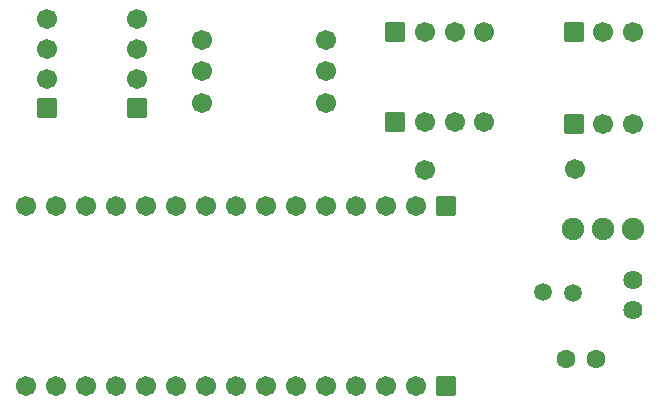
<source format=gbs>
G04 Layer: BottomSolderMaskLayer*
G04 EasyEDA v6.5.34, 2023-10-05 18:46:17*
G04 95b8fe5a1411474d91de7b1b8a81d935,93498b55e67a4190998fc8b5c4fdbdff,10*
G04 Gerber Generator version 0.2*
G04 Scale: 100 percent, Rotated: No, Reflected: No *
G04 Dimensions in millimeters *
G04 leading zeros omitted , absolute positions ,4 integer and 5 decimal *
%FSLAX45Y45*%
%MOMM*%

%AMMACRO1*1,1,$1,$2,$3*1,1,$1,$4,$5*1,1,$1,0-$2,0-$3*1,1,$1,0-$4,0-$5*20,1,$1,$2,$3,$4,$5,0*20,1,$1,$4,$5,0-$2,0-$3,0*20,1,$1,0-$2,0-$3,0-$4,0-$5,0*20,1,$1,0-$4,0-$5,$2,$3,0*4,1,4,$2,$3,$4,$5,0-$2,0-$3,0-$4,0-$5,$2,$3,0*%
%ADD10C,1.5016*%
%ADD11C,1.6256*%
%ADD12C,1.9000*%
%ADD13C,1.7016*%
%ADD14MACRO1,0.1016X-0.8X-0.762X-0.8X0.762*%
%ADD15MACRO1,0.1016X-0.762X0.8X0.762X0.8*%
%ADD16C,1.6000*%
%ADD17MACRO1,0.1016X-0.8X0.8X0.8X0.8*%

%LPD*%
D10*
G01*
X5485638Y6232905D03*
G01*
X5740400Y6223000D03*
D11*
G01*
X6248400Y6337300D03*
G01*
X6248400Y6083300D03*
D12*
G01*
X6248400Y6769100D03*
G01*
X5994400Y6769100D03*
G01*
X5740400Y6769100D03*
D13*
G01*
X1282801Y8541105D03*
G01*
X1282801Y8291093D03*
G01*
X1282801Y8041106D03*
D14*
G01*
X1282801Y7791094D03*
D13*
G01*
X2044801Y8541105D03*
G01*
X2044801Y8291093D03*
G01*
X2044801Y8041106D03*
D14*
G01*
X2044801Y7791094D03*
D13*
G01*
X4985207Y7670800D03*
G01*
X4735195Y7670800D03*
G01*
X4485208Y7670800D03*
D15*
G01*
X4235195Y7670800D03*
D13*
G01*
X4985207Y8432800D03*
G01*
X4735195Y8432800D03*
G01*
X4485208Y8432800D03*
D15*
G01*
X4235195Y8432800D03*
G01*
X5744463Y7658100D03*
D13*
G01*
X5994476Y7658100D03*
G01*
X6244463Y7658100D03*
D15*
G01*
X5744463Y8432800D03*
D13*
G01*
X5994476Y8432800D03*
G01*
X6244463Y8432800D03*
D16*
G01*
X5676900Y5664174D03*
G01*
X5930900Y5664174D03*
D13*
G01*
X2599207Y8369300D03*
G01*
X3649218Y8369300D03*
G01*
X2599207Y8102600D03*
G01*
X3649218Y8102600D03*
G01*
X2599207Y7835900D03*
G01*
X3649218Y7835900D03*
D17*
G01*
X4660900Y6959600D03*
D13*
G01*
X4406900Y5435600D03*
G01*
X3898900Y5435600D03*
G01*
X3390900Y5435600D03*
G01*
X2882900Y5435600D03*
G01*
X2374900Y5435600D03*
G01*
X1866900Y5435600D03*
G01*
X1358900Y5435600D03*
G01*
X1104900Y6959600D03*
G01*
X1612900Y6959600D03*
G01*
X2120900Y6959600D03*
G01*
X2628900Y6959600D03*
G01*
X3136900Y6959600D03*
G01*
X3644900Y6959600D03*
G01*
X4152900Y6959600D03*
G01*
X4406900Y6959600D03*
G01*
X3898900Y6959600D03*
G01*
X3390900Y6959600D03*
G01*
X2882900Y6959600D03*
G01*
X2374900Y6959600D03*
G01*
X1866900Y6959600D03*
G01*
X1358900Y6959600D03*
G01*
X1104900Y5435600D03*
G01*
X1612900Y5435600D03*
G01*
X2120900Y5435600D03*
G01*
X2628900Y5435600D03*
G01*
X3136900Y5435600D03*
G01*
X3644900Y5435600D03*
G01*
X4152900Y5435600D03*
D17*
G01*
X4660900Y5435600D03*
D13*
G01*
X4483100Y7264400D03*
G01*
X5753049Y7277100D03*
M02*

</source>
